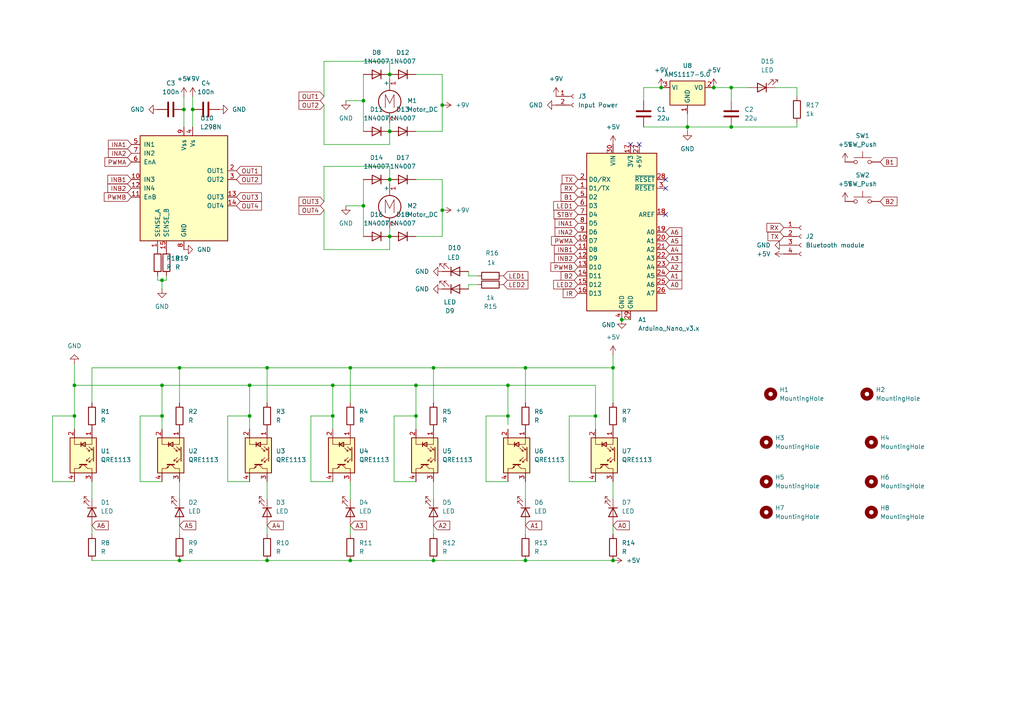
<source format=kicad_sch>
(kicad_sch (version 20231120) (generator "eeschema") (generator_version "8.0")
  (paper "A4")
  (title_block (title "LFR PCB with IR array") (date "2024-07-30") (rev "2.0") (company "BRAC University Robotics Lab. By Al Mahir Ahmed"))
  (lib_symbols
    (symbol "Connector:Conn_01x02_Socket" (pin_names (offset 1.016) hide)
      (property "Reference" "J" (at 0 2.54 0))
      (property "Value" "Conn_01x02_Socket" (at 0 -5.08 0))
      (symbol "Conn_01x02_Socket_1_1"
        (pin passive line (at -5.08 0 0) (length 3.81) (name "Pin_1") (number "1"))
        (pin passive line (at -5.08 -2.54 0) (length 3.81) (name "Pin_2") (number "2"))
      )
    )
    (symbol "Connector:Conn_01x04_Socket" (pin_names (offset 1.016) hide)
      (property "Reference" "J" (at 0 5.08 0))
      (property "Value" "Conn_01x04_Socket" (at 0 -7.62 0))
      (symbol "Conn_01x04_Socket_1_1"
        (pin passive line (at -5.08 2.54 0) (length 3.81) (name "Pin_1") (number "1"))
        (pin passive line (at -5.08 0 0) (length 3.81) (name "Pin_2") (number "2"))
        (pin passive line (at -5.08 -2.54 0) (length 3.81) (name "Pin_3") (number "3"))
        (pin passive line (at -5.08 -5.08 0) (length 3.81) (name "Pin_4") (number "4"))
      )
    )
    (symbol "Device:C" (pin_numbers hide) (pin_names (offset 0.254))
      (property "Reference" "C" (at 0.635 2.54 0))
      (property "Value" "C" (at 0.635 -2.54 0))
      (symbol "C_1_1"
        (pin passive line (at 0 3.81 270) (length 2.794) (name "~") (number "1"))
        (pin passive line (at 0 -3.81 90) (length 2.794) (name "~") (number "2"))
      )
    )
    (symbol "Device:LED" (pin_numbers hide) (pin_names (offset 1.016) hide)
      (property "Reference" "D" (at 0 2.54 0))
      (property "Value" "LED" (at 0 -2.54 0))
      (symbol "LED_1_1"
        (pin passive line (at -3.81 0 0) (length 2.54) (name "K") (number "1"))
        (pin passive line (at 3.81 0 180) (length 2.54) (name "A") (number "2"))
      )
    )
    (symbol "Device:R" (pin_numbers hide) (pin_names (offset 0))
      (property "Reference" "R" (at 2.032 0 90))
      (property "Value" "R" (at 0 0 90))
      (symbol "R_1_1"
        (pin passive line (at 0 3.81 270) (length 1.27) (name "~") (number "1"))
        (pin passive line (at 0 -3.81 90) (length 1.27) (name "~") (number "2"))
      )
    )
    (symbol "Diode:1N4007" (pin_numbers hide) (pin_names hide)
      (property "Reference" "D" (at 0 2.54 0))
      (property "Value" "1N4007" (at 0 -2.54 0))
      (symbol "1N4007_1_1"
        (pin passive line (at -3.81 0 0) (length 2.54) (name "K") (number "1"))
        (pin passive line (at 3.81 0 180) (length 2.54) (name "A") (number "2"))
      )
    )
    (symbol "Driver_Motor:L298N" (pin_names (offset 1.016))
      (property "Reference" "U" (at -10.16 16.51 0))
      (property "Value" "L298N" (at 12.7 16.51 0))
      (symbol "L298N_1_1"
        (pin power_in line (at -7.62 -17.78 90) (length 2.54) (name "SENSE_A") (number "1"))
        (pin input line (at -15.24 2.54 0) (length 2.54) (name "IN3") (number "10"))
        (pin input line (at -15.24 -2.54 0) (length 2.54) (name "EnB") (number "11"))
        (pin input line (at -15.24 0 0) (length 2.54) (name "IN4") (number "12"))
        (pin output line (at 15.24 -2.54 180) (length 2.54) (name "OUT3") (number "13"))
        (pin output line (at 15.24 -5.08 180) (length 2.54) (name "OUT4") (number "14"))
        (pin power_in line (at -5.08 -17.78 90) (length 2.54) (name "SENSE_B") (number "15"))
        (pin output line (at 15.24 5.08 180) (length 2.54) (name "OUT1") (number "2"))
        (pin output line (at 15.24 2.54 180) (length 2.54) (name "OUT2") (number "3"))
        (pin power_in line (at 2.54 17.78 270) (length 2.54) (name "Vs") (number "4"))
        (pin input line (at -15.24 12.7 0) (length 2.54) (name "IN1") (number "5"))
        (pin input line (at -15.24 7.62 0) (length 2.54) (name "EnA") (number "6"))
        (pin input line (at -15.24 10.16 0) (length 2.54) (name "IN2") (number "7"))
        (pin power_in line (at 0 -17.78 90) (length 2.54) (name "GND") (number "8"))
        (pin power_in line (at 0 17.78 270) (length 2.54) (name "Vss") (number "9"))
      )
    )
    (symbol "MCU_Module:Arduino_Nano_v3.x"
      (property "Reference" "A" (at -10.16 23.495 0))
      (property "Value" "Arduino_Nano_v3.x" (at 5.08 -24.13 0))
      (symbol "Arduino_Nano_v3.x_1_1"
        (pin bidirectional line (at -12.7 12.7 0) (length 2.54) (name "D1/TX") (number "1"))
        (pin bidirectional line (at -12.7 -2.54 0) (length 2.54) (name "D7") (number "10"))
        (pin bidirectional line (at -12.7 -5.08 0) (length 2.54) (name "D8") (number "11"))
        (pin bidirectional line (at -12.7 -7.62 0) (length 2.54) (name "D9") (number "12"))
        (pin bidirectional line (at -12.7 -10.16 0) (length 2.54) (name "D10") (number "13"))
        (pin bidirectional line (at -12.7 -12.7 0) (length 2.54) (name "D11") (number "14"))
        (pin bidirectional line (at -12.7 -15.24 0) (length 2.54) (name "D12") (number "15"))
        (pin bidirectional line (at -12.7 -17.78 0) (length 2.54) (name "D13") (number "16"))
        (pin power_out line (at 2.54 25.4 270) (length 2.54) (name "3V3") (number "17"))
        (pin input line (at 12.7 5.08 180) (length 2.54) (name "AREF") (number "18"))
        (pin bidirectional line (at 12.7 0 180) (length 2.54) (name "A0") (number "19"))
        (pin bidirectional line (at -12.7 15.24 0) (length 2.54) (name "D0/RX") (number "2"))
        (pin bidirectional line (at 12.7 -2.54 180) (length 2.54) (name "A1") (number "20"))
        (pin bidirectional line (at 12.7 -5.08 180) (length 2.54) (name "A2") (number "21"))
        (pin bidirectional line (at 12.7 -7.62 180) (length 2.54) (name "A3") (number "22"))
        (pin bidirectional line (at 12.7 -10.16 180) (length 2.54) (name "A4") (number "23"))
        (pin bidirectional line (at 12.7 -12.7 180) (length 2.54) (name "A5") (number "24"))
        (pin bidirectional line (at 12.7 -15.24 180) (length 2.54) (name "A6") (number "25"))
        (pin bidirectional line (at 12.7 -17.78 180) (length 2.54) (name "A7") (number "26"))
        (pin power_out line (at 5.08 25.4 270) (length 2.54) (name "+5V") (number "27"))
        (pin input line (at 12.7 15.24 180) (length 2.54) (name "~{RESET}") (number "28"))
        (pin power_in line (at 2.54 -25.4 90) (length 2.54) (name "GND") (number "29"))
        (pin input line (at 12.7 12.7 180) (length 2.54) (name "~{RESET}") (number "3"))
        (pin power_in line (at -2.54 25.4 270) (length 2.54) (name "VIN") (number "30"))
        (pin power_in line (at 0 -25.4 90) (length 2.54) (name "GND") (number "4"))
        (pin bidirectional line (at -12.7 10.16 0) (length 2.54) (name "D2") (number "5"))
        (pin bidirectional line (at -12.7 7.62 0) (length 2.54) (name "D3") (number "6"))
        (pin bidirectional line (at -12.7 5.08 0) (length 2.54) (name "D4") (number "7"))
        (pin bidirectional line (at -12.7 2.54 0) (length 2.54) (name "D5") (number "8"))
        (pin bidirectional line (at -12.7 0 0) (length 2.54) (name "D6") (number "9"))
      )
    )
    (symbol "Mechanical:MountingHole" (pin_names (offset 1.016)) (exclude_from_sim yes) (in_bom no)
      (property "Reference" "H" (at 0 5.08 0))
      (property "Value" "MountingHole" (at 0 3.175 0))
    )
    (symbol "Motor:Motor_DC" (pin_names (offset 0))
      (property "Reference" "M" (at 2.54 2.54 0))
      (property "Value" "Motor_DC" (at 2.54 -5.08 0))
      (symbol "Motor_DC_1_1"
        (pin passive line (at 0 5.08 270) (length 2.54) (name "+") (number "1"))
        (pin passive line (at 0 -7.62 90) (length 2.54) (name "-") (number "2"))
      )
    )
    (symbol "Regulator_Linear:AMS1117-5.0"
      (property "Reference" "U" (at -3.81 3.175 0))
      (property "Value" "AMS1117-5.0" (at 0 3.175 0))
      (symbol "AMS1117-5.0_1_1"
        (pin power_in line (at 0 -7.62 90) (length 2.54) (name "GND") (number "1"))
        (pin power_out line (at 7.62 0 180) (length 2.54) (name "VO") (number "2"))
        (pin power_in line (at -7.62 0 0) (length 2.54) (name "VI") (number "3"))
      )
    )
    (symbol "Sensor_Proximity:QRE1113" (pin_names (offset 0.0254) hide)
      (property "Reference" "U" (at -3.81 5.08 0))
      (property "Value" "QRE1113" (at 8.89 5.08 0))
      (symbol "QRE1113_1_1"
        (pin passive line (at -7.62 2.54 0) (length 2.54) (name "A") (number "1"))
        (pin passive line (at -7.62 -2.54 0) (length 2.54) (name "K") (number "2"))
        (pin open_collector line (at 7.62 2.54 180) (length 2.54) (name "~") (number "3"))
        (pin open_emitter line (at 7.62 -2.54 180) (length 2.54) (name "~") (number "4"))
      )
    )
    (symbol "Switch:SW_Push" (pin_numbers hide) (pin_names (offset 1.016) hide)
      (property "Reference" "SW" (at 1.27 2.54 0))
      (property "Value" "SW_Push" (at 0 -1.524 0))
      (symbol "SW_Push_0_1"
        (pin passive line (at -5.08 0 0) (length 2.54) (name "1") (number "1"))
        (pin passive line (at 5.08 0 180) (length 2.54) (name "2") (number "2"))
      )
    )
    (symbol "power:+5V" (power) (pin_numbers hide) (pin_names (offset 0) hide)
      (property "Value" "+5V" (at 0 3.556 0))
      (symbol "+5V_1_1"
        (pin power_in line (at 0 0 90) (length 0) (name "~") (number "1"))
      )
    )
    (symbol "power:+9V" (power) (pin_numbers hide) (pin_names (offset 0) hide)
      (property "Value" "+9V" (at 0 3.556 0))
      (symbol "+9V_1_1"
        (pin power_in line (at 0 0 90) (length 0) (name "~") (number "1"))
      )
    )
    (symbol "power:GND" (power) (pin_numbers hide) (pin_names (offset 0) hide)
      (property "Value" "GND" (at 0 -3.81 0))
      (symbol "GND_1_1"
        (pin power_in line (at 0 0 270) (length 0) (name "~") (number "1"))
      )
    )
  )
  (junction (at 152.4 162.56))
  (junction (at 101.6 106.68))
  (junction (at 46.99 111.76))
  (junction (at 152.4 106.68))
  (junction (at 46.99 120.65))
  (junction (at 72.39 120.65))
  (junction (at 52.07 106.68))
  (junction (at 191.77 25.4))
  (junction (at 72.39 111.76))
  (junction (at 55.88 31.75))
  (junction (at 147.32 120.65))
  (junction (at 113.03 52.07))
  (junction (at 120.65 111.76))
  (junction (at 177.8 162.56))
  (junction (at 53.34 31.75))
  (junction (at 199.39 36.83))
  (junction (at 105.41 29.21))
  (junction (at 120.65 120.65))
  (junction (at 113.03 21.59))
  (junction (at 177.8 106.68))
  (junction (at 105.41 59.69))
  (junction (at 77.47 162.56))
  (junction (at 212.09 36.83))
  (junction (at 96.52 120.65))
  (junction (at 147.32 111.76))
  (junction (at 128.27 60.96))
  (junction (at 180.34 92.71))
  (junction (at 125.73 106.68))
  (junction (at 128.27 30.48))
  (junction (at 96.52 111.76))
  (junction (at 172.72 120.65))
  (junction (at 21.59 111.76))
  (junction (at 113.03 68.58))
  (junction (at 212.09 25.4))
  (junction (at 52.07 162.56))
  (junction (at 207.01 25.4))
  (junction (at 46.99 81.28))
  (junction (at 101.6 162.56))
  (junction (at 125.73 162.56))
  (junction (at 113.03 38.1))
  (junction (at 21.59 120.65))
  (junction (at 77.47 106.68))
  (no_connect (at 193.04 62.23))
  (no_connect (at 185.42 41.91))
  (no_connect (at 193.04 52.07))
  (no_connect (at 193.04 54.61))
  (no_connect (at 182.88 41.91))
  (wire (pts (xy 26.67 162.56) (xy 52.07 162.56)))
  (wire (pts (xy 21.59 111.76) (xy 21.59 120.65)))
  (wire (pts (xy 172.72 120.65) (xy 172.72 111.76)))
  (wire (pts (xy 128.27 38.1) (xy 120.65 38.1)))
  (wire (pts (xy 77.47 106.68) (xy 101.6 106.68)))
  (wire (pts (xy 21.59 120.65) (xy 21.59 124.46)))
  (wire (pts (xy 101.6 162.56) (xy 125.73 162.56)))
  (wire (pts (xy 113.03 72.39) (xy 113.03 68.58)))
  (wire (pts (xy 26.67 106.68) (xy 52.07 106.68)))
  (wire (pts (xy 100.33 59.69) (xy 105.41 59.69)))
  (wire (pts (xy 72.39 111.76) (xy 72.39 120.65)))
  (wire (pts (xy 52.07 144.78) (xy 52.07 139.7)))
  (wire (pts (xy 46.99 81.28) (xy 48.26 81.28)))
  (wire (pts (xy 93.98 48.26) (xy 113.03 48.26)))
  (wire (pts (xy 120.65 111.76) (xy 120.65 120.65)))
  (wire (pts (xy 125.73 162.56) (xy 152.4 162.56)))
  (wire (pts (xy 212.09 25.4) (xy 217.17 25.4)))
  (wire (pts (xy 199.39 33.02) (xy 199.39 36.83)))
  (wire (pts (xy 147.32 120.65) (xy 147.32 111.76)))
  (wire (pts (xy 101.6 144.78) (xy 101.6 139.7)))
  (wire (pts (xy 48.26 81.28) (xy 48.26 80.01)))
  (wire (pts (xy 45.72 80.01) (xy 45.72 81.28)))
  (wire (pts (xy 120.65 111.76) (xy 96.52 111.76)))
  (wire (pts (xy 224.79 25.4) (xy 231.14 25.4)))
  (wire (pts (xy 113.03 41.91) (xy 113.03 38.1)))
  (wire (pts (xy 120.65 120.65) (xy 120.65 124.46)))
  (wire (pts (xy 128.27 30.48) (xy 128.27 38.1)))
  (wire (pts (xy 177.8 102.87) (xy 177.8 106.68)))
  (wire (pts (xy 46.99 81.28) (xy 46.99 83.82)))
  (wire (pts (xy 105.41 21.59) (xy 105.41 29.21)))
  (wire (pts (xy 120.65 139.7) (xy 114.3 139.7)))
  (wire (pts (xy 53.34 27.94) (xy 53.34 31.75)))
  (wire (pts (xy 177.8 152.4) (xy 177.8 154.94)))
  (wire (pts (xy 231.14 25.4) (xy 231.14 27.94)))
  (wire (pts (xy 113.03 68.58) (xy 113.03 66.04)))
  (wire (pts (xy 21.59 139.7) (xy 15.24 139.7)))
  (wire (pts (xy 191.77 25.4) (xy 186.69 25.4)))
  (wire (pts (xy 147.32 111.76) (xy 172.72 111.76)))
  (wire (pts (xy 15.24 120.65) (xy 21.59 120.65)))
  (wire (pts (xy 101.6 152.4) (xy 101.6 154.94)))
  (wire (pts (xy 207.01 25.4) (xy 212.09 25.4)))
  (wire (pts (xy 140.97 120.65) (xy 147.32 120.65)))
  (wire (pts (xy 105.41 29.21) (xy 105.41 38.1)))
  (wire (pts (xy 96.52 139.7) (xy 90.17 139.7)))
  (wire (pts (xy 66.04 120.65) (xy 72.39 120.65)))
  (wire (pts (xy 147.32 139.7) (xy 140.97 139.7)))
  (wire (pts (xy 96.52 120.65) (xy 96.52 124.46)))
  (wire (pts (xy 128.27 68.58) (xy 120.65 68.58)))
  (wire (pts (xy 26.67 116.84) (xy 26.67 106.68)))
  (wire (pts (xy 120.65 111.76) (xy 147.32 111.76)))
  (wire (pts (xy 172.72 124.46) (xy 172.72 120.65)))
  (wire (pts (xy 46.99 120.65) (xy 46.99 124.46)))
  (wire (pts (xy 125.73 116.84) (xy 125.73 106.68)))
  (wire (pts (xy 165.1 120.65) (xy 172.72 120.65)))
  (wire (pts (xy 55.88 31.75) (xy 55.88 36.83)))
  (wire (pts (xy 46.99 111.76) (xy 21.59 111.76)))
  (wire (pts (xy 113.03 38.1) (xy 113.03 35.56)))
  (wire (pts (xy 52.07 162.56) (xy 77.47 162.56)))
  (wire (pts (xy 101.6 116.84) (xy 101.6 106.68)))
  (wire (pts (xy 93.98 72.39) (xy 113.03 72.39)))
  (wire (pts (xy 52.07 116.84) (xy 52.07 106.68)))
  (wire (pts (xy 55.88 27.94) (xy 55.88 31.75)))
  (wire (pts (xy 120.65 21.59) (xy 128.27 21.59)))
  (wire (pts (xy 77.47 162.56) (xy 101.6 162.56)))
  (wire (pts (xy 53.34 31.75) (xy 53.34 36.83)))
  (wire (pts (xy 128.27 21.59) (xy 128.27 30.48)))
  (wire (pts (xy 77.47 144.78) (xy 77.47 139.7)))
  (wire (pts (xy 105.41 52.07) (xy 105.41 59.69)))
  (wire (pts (xy 128.27 60.96) (xy 128.27 68.58)))
  (wire (pts (xy 113.03 52.07) (xy 113.03 53.34)))
  (wire (pts (xy 140.97 139.7) (xy 140.97 120.65)))
  (wire (pts (xy 199.39 36.83) (xy 199.39 38.1)))
  (wire (pts (xy 114.3 139.7) (xy 114.3 120.65)))
  (wire (pts (xy 96.52 111.76) (xy 72.39 111.76)))
  (wire (pts (xy 26.67 144.78) (xy 26.67 139.7)))
  (wire (pts (xy 125.73 106.68) (xy 152.4 106.68)))
  (wire (pts (xy 93.98 60.96) (xy 93.98 72.39)))
  (wire (pts (xy 40.64 120.65) (xy 46.99 120.65)))
  (wire (pts (xy 93.98 58.42) (xy 93.98 48.26)))
  (wire (pts (xy 135.89 80.01) (xy 138.43 80.01)))
  (wire (pts (xy 15.24 139.7) (xy 15.24 120.65)))
  (wire (pts (xy 231.14 36.83) (xy 212.09 36.83)))
  (wire (pts (xy 152.4 116.84) (xy 152.4 106.68)))
  (wire (pts (xy 152.4 144.78) (xy 152.4 139.7)))
  (wire (pts (xy 152.4 152.4) (xy 152.4 154.94)))
  (wire (pts (xy 231.14 35.56) (xy 231.14 36.83)))
  (wire (pts (xy 177.8 106.68) (xy 177.8 116.84)))
  (wire (pts (xy 96.52 111.76) (xy 96.52 120.65)))
  (wire (pts (xy 120.65 52.07) (xy 128.27 52.07)))
  (wire (pts (xy 45.72 81.28) (xy 46.99 81.28)))
  (wire (pts (xy 177.8 144.78) (xy 177.8 139.7)))
  (wire (pts (xy 93.98 41.91) (xy 113.03 41.91)))
  (wire (pts (xy 90.17 139.7) (xy 90.17 120.65)))
  (wire (pts (xy 180.34 92.71) (xy 182.88 92.71)))
  (wire (pts (xy 93.98 27.94) (xy 93.98 17.78)))
  (wire (pts (xy 135.89 82.55) (xy 138.43 82.55)))
  (wire (pts (xy 105.41 59.69) (xy 105.41 68.58)))
  (wire (pts (xy 90.17 120.65) (xy 96.52 120.65)))
  (wire (pts (xy 93.98 30.48) (xy 93.98 41.91)))
  (wire (pts (xy 135.89 83.82) (xy 135.89 82.55)))
  (wire (pts (xy 186.69 36.83) (xy 199.39 36.83)))
  (wire (pts (xy 152.4 106.68) (xy 177.8 106.68)))
  (wire (pts (xy 172.72 139.7) (xy 165.1 139.7)))
  (wire (pts (xy 52.07 106.68) (xy 77.47 106.68)))
  (wire (pts (xy 125.73 144.78) (xy 125.73 139.7)))
  (wire (pts (xy 128.27 52.07) (xy 128.27 60.96)))
  (wire (pts (xy 114.3 120.65) (xy 120.65 120.65)))
  (wire (pts (xy 52.07 152.4) (xy 52.07 154.94)))
  (wire (pts (xy 93.98 17.78) (xy 113.03 17.78)))
  (wire (pts (xy 186.69 25.4) (xy 186.69 29.21)))
  (wire (pts (xy 46.99 139.7) (xy 40.64 139.7)))
  (wire (pts (xy 72.39 139.7) (xy 66.04 139.7)))
  (wire (pts (xy 66.04 139.7) (xy 66.04 120.65)))
  (wire (pts (xy 77.47 116.84) (xy 77.47 106.68)))
  (wire (pts (xy 40.64 139.7) (xy 40.64 120.65)))
  (wire (pts (xy 72.39 111.76) (xy 46.99 111.76)))
  (wire (pts (xy 21.59 105.41) (xy 21.59 111.76)))
  (wire (pts (xy 46.99 111.76) (xy 46.99 120.65)))
  (wire (pts (xy 72.39 120.65) (xy 72.39 124.46)))
  (wire (pts (xy 77.47 152.4) (xy 77.47 154.94)))
  (wire (pts (xy 113.03 17.78) (xy 113.03 21.59)))
  (wire (pts (xy 135.89 78.74) (xy 135.89 80.01)))
  (wire (pts (xy 113.03 21.59) (xy 113.03 22.86)))
  (wire (pts (xy 165.1 139.7) (xy 165.1 120.65)))
  (wire (pts (xy 152.4 162.56) (xy 177.8 162.56)))
  (wire (pts (xy 125.73 152.4) (xy 125.73 154.94)))
  (wire (pts (xy 113.03 48.26) (xy 113.03 52.07)))
  (wire (pts (xy 199.39 36.83) (xy 212.09 36.83)))
  (wire (pts (xy 212.09 25.4) (xy 212.09 29.21)))
  (wire (pts (xy 147.32 123.19) (xy 147.32 120.65)))
  (wire (pts (xy 26.67 152.4) (xy 26.67 154.94)))
  (wire (pts (xy 100.33 29.21) (xy 105.41 29.21)))
  (wire (pts (xy 101.6 106.68) (xy 125.73 106.68)))
  (global_label "LED1" (shape input) (at 167.64 59.69 180) (property "Intersheetrefs" "${INTERSHEET_REFS}" (effects (hide yes))))
  (global_label "OUT2" (shape input) (at 93.98 30.48 180) (property "Intersheetrefs" "${INTERSHEET_REFS}" (effects (hide yes))))
  (global_label "A2" (shape input) (at 193.04 77.47 0) (property "Intersheetrefs" "${INTERSHEET_REFS}" (effects (hide yes))))
  (global_label "INA2" (shape input) (at 167.64 67.31 180) (property "Intersheetrefs" "${INTERSHEET_REFS}" (effects (hide yes))))
  (global_label "A2" (shape input) (at 125.73 152.4 0) (property "Intersheetrefs" "${INTERSHEET_REFS}" (effects (hide yes))))
  (global_label "INB2" (shape input) (at 38.1 54.61 180) (property "Intersheetrefs" "${INTERSHEET_REFS}" (effects (hide yes))))
  (global_label "LED1" (shape input) (at 146.05 80.01 0) (property "Intersheetrefs" "${INTERSHEET_REFS}" (effects (hide yes))))
  (global_label "B1" (shape input) (at 167.64 57.15 180) (property "Intersheetrefs" "${INTERSHEET_REFS}" (effects (hide yes))))
  (global_label "INB1" (shape input) (at 167.64 72.39 180) (property "Intersheetrefs" "${INTERSHEET_REFS}" (effects (hide yes))))
  (global_label "PWMB" (shape input) (at 38.1 57.15 180) (property "Intersheetrefs" "${INTERSHEET_REFS}" (effects (hide yes))))
  (global_label "PWMA" (shape input) (at 167.64 69.85 180) (property "Intersheetrefs" "${INTERSHEET_REFS}" (effects (hide yes))))
  (global_label "OUT4" (shape input) (at 68.58 59.69 0) (property "Intersheetrefs" "${INTERSHEET_REFS}" (effects (hide yes))))
  (global_label "RX" (shape input) (at 167.64 54.61 180) (property "Intersheetrefs" "${INTERSHEET_REFS}" (effects (hide yes))))
  (global_label "RX" (shape input) (at 227.33 66.04 180) (property "Intersheetrefs" "${INTERSHEET_REFS}" (effects (hide yes))))
  (global_label "B1" (shape input) (at 255.27 46.99 0) (property "Intersheetrefs" "${INTERSHEET_REFS}" (effects (hide yes))))
  (global_label "PWMA" (shape input) (at 38.1 46.99 180) (property "Intersheetrefs" "${INTERSHEET_REFS}" (effects (hide yes))))
  (global_label "LED2" (shape input) (at 146.05 82.55 0) (property "Intersheetrefs" "${INTERSHEET_REFS}" (effects (hide yes))))
  (global_label "OUT1" (shape input) (at 68.58 49.53 0) (property "Intersheetrefs" "${INTERSHEET_REFS}" (effects (hide yes))))
  (global_label "INA1" (shape input) (at 38.1 41.91 180) (property "Intersheetrefs" "${INTERSHEET_REFS}" (effects (hide yes))))
  (global_label "INA1" (shape input) (at 167.64 64.77 180) (property "Intersheetrefs" "${INTERSHEET_REFS}" (effects (hide yes))))
  (global_label "A0" (shape input) (at 193.04 82.55 0) (property "Intersheetrefs" "${INTERSHEET_REFS}" (effects (hide yes))))
  (global_label "TX" (shape input) (at 227.33 68.58 180) (property "Intersheetrefs" "${INTERSHEET_REFS}" (effects (hide yes))))
  (global_label "B2" (shape input) (at 255.27 58.42 0) (property "Intersheetrefs" "${INTERSHEET_REFS}" (effects (hide yes))))
  (global_label "TX" (shape input) (at 167.64 52.07 180) (property "Intersheetrefs" "${INTERSHEET_REFS}" (effects (hide yes))))
  (global_label "A3" (shape input) (at 101.6 152.4 0) (property "Intersheetrefs" "${INTERSHEET_REFS}" (effects (hide yes))))
  (global_label "A3" (shape input) (at 193.04 74.93 0) (property "Intersheetrefs" "${INTERSHEET_REFS}" (effects (hide yes))))
  (global_label "OUT2" (shape input) (at 68.58 52.07 0) (property "Intersheetrefs" "${INTERSHEET_REFS}" (effects (hide yes))))
  (global_label "A1" (shape input) (at 152.4 152.4 0) (property "Intersheetrefs" "${INTERSHEET_REFS}" (effects (hide yes))))
  (global_label "A1" (shape input) (at 193.04 80.01 0) (property "Intersheetrefs" "${INTERSHEET_REFS}" (effects (hide yes))))
  (global_label "A6" (shape input) (at 193.04 67.31 0) (property "Intersheetrefs" "${INTERSHEET_REFS}" (effects (hide yes))))
  (global_label "A5" (shape input) (at 193.04 69.85 0) (property "Intersheetrefs" "${INTERSHEET_REFS}" (effects (hide yes))))
  (global_label "INA2" (shape input) (at 38.1 44.45 180) (property "Intersheetrefs" "${INTERSHEET_REFS}" (effects (hide yes))))
  (global_label "A4" (shape input) (at 77.47 152.4 0) (property "Intersheetrefs" "${INTERSHEET_REFS}" (effects (hide yes))))
  (global_label "IR" (shape input) (at 167.64 85.09 180) (property "Intersheetrefs" "${INTERSHEET_REFS}" (effects (hide yes))))
  (global_label "PWMB" (shape input) (at 167.64 77.47 180) (property "Intersheetrefs" "${INTERSHEET_REFS}" (effects (hide yes))))
  (global_label "STBY" (shape input) (at 167.64 62.23 180) (property "Intersheetrefs" "${INTERSHEET_REFS}" (effects (hide yes))))
  (global_label "OUT4" (shape input) (at 93.98 60.96 180) (property "Intersheetrefs" "${INTERSHEET_REFS}" (effects (hide yes))))
  (global_label "A4" (shape input) (at 193.04 72.39 0) (property "Intersheetrefs" "${INTERSHEET_REFS}" (effects (hide yes))))
  (global_label "LED2" (shape input) (at 167.64 82.55 180) (property "Intersheetrefs" "${INTERSHEET_REFS}" (effects (hide yes))))
  (global_label "A5" (shape input) (at 52.07 152.4 0) (property "Intersheetrefs" "${INTERSHEET_REFS}" (effects (hide yes))))
  (global_label "A6" (shape input) (at 26.67 152.4 0) (property "Intersheetrefs" "${INTERSHEET_REFS}" (effects (hide yes))))
  (global_label "OUT3" (shape input) (at 68.58 57.15 0) (property "Intersheetrefs" "${INTERSHEET_REFS}" (effects (hide yes))))
  (global_label "A0" (shape input) (at 177.8 152.4 0) (property "Intersheetrefs" "${INTERSHEET_REFS}" (effects (hide yes))))
  (global_label "OUT1" (shape input) (at 93.98 27.94 180) (property "Intersheetrefs" "${INTERSHEET_REFS}" (effects (hide yes))))
  (global_label "INB1" (shape input) (at 38.1 52.07 180) (property "Intersheetrefs" "${INTERSHEET_REFS}" (effects (hide yes))))
  (global_label "OUT3" (shape input) (at 93.98 58.42 180) (property "Intersheetrefs" "${INTERSHEET_REFS}" (effects (hide yes))))
  (global_label "INB2" (shape input) (at 167.64 74.93 180) (property "Intersheetrefs" "${INTERSHEET_REFS}" (effects (hide yes))))
  (global_label "B2" (shape input) (at 167.64 80.01 180) (property "Intersheetrefs" "${INTERSHEET_REFS}" (effects (hide yes))))
  (symbol (lib_id "Device:R") (at 52.07 158.75 0) (unit 1)
    (property "Reference" "R9" (at 54.61 157.4799 0) (effects (justify left)))
    (property "Value" "R" (at 54.61 160.0199 0) (effects (justify left)))
    (property "Footprint" "Resistor_THT:R_Axial_DIN0204_L3.6mm_D1.6mm_P5.08mm_Horizontal" (effects (hide yes)))
    (property "Description" "Resistor" (effects (hide yes)))
  )
  (symbol (lib_id "Sensor_Proximity:QRE1113") (at 123.19 132.08 270) (unit 1)
    (property "Reference" "U5" (at 128.27 130.8099 90) (effects (justify left)))
    (property "Value" "QRE1113" (at 128.27 133.3499 90) (effects (justify left)))
    (property "Footprint" "OptoDevice:OnSemi_CASE100AQ" (effects (hide yes)))
    (property "Datasheet" "http://www.onsemi.com/pub/Collateral/QRE1113-D.PDF" (effects (hide yes)))
    (property "Description" "Miniature Reflective Optical Object Sensor, DIP-like THT-package" (effects (hide yes)))
  )
  (symbol (lib_id "Device:R") (at 26.67 120.65 0) (unit 1)
    (property "Reference" "R1" (at 29.21 119.3799 0) (effects (justify left)))
    (property "Value" "R" (at 29.21 121.9199 0) (effects (justify left)))
    (property "Footprint" "Resistor_THT:R_Axial_DIN0204_L3.6mm_D1.6mm_P5.08mm_Horizontal" (effects (hide yes)))
    (property "Description" "Resistor" (effects (hide yes)))
  )
  (symbol (lib_id "Mechanical:MountingHole") (at 222.25 148.59 0) (unit 1) (exclude_from_sim yes) (in_bom no)
    (property "Reference" "H7" (at 224.79 147.3199 0) (effects (justify left)))
    (property "Value" "MountingHole" (at 224.79 149.8599 0) (effects (justify left)))
    (property "Footprint" "MountingHole:MountingHole_3.2mm_M3" (effects (hide yes)))
    (property "Description" "Mounting Hole without connection" (effects (hide yes)))
  )
  (symbol (lib_id "Device:R") (at 26.67 158.75 0) (unit 1)
    (property "Reference" "R8" (at 29.21 157.4799 0) (effects (justify left)))
    (property "Value" "R" (at 29.21 160.0199 0) (effects (justify left)))
    (property "Footprint" "Resistor_THT:R_Axial_DIN0204_L3.6mm_D1.6mm_P5.08mm_Horizontal" (effects (hide yes)))
    (property "Description" "Resistor" (effects (hide yes)))
  )
  (symbol (lib_id "power:GND") (at 45.72 31.75 270) (unit 1)
    (property "Reference" "#PWR019" (effects (hide yes)))
    (property "Value" "GND" (at 41.91 31.7499 90) (effects (justify right)))
    (property "Description" "Power symbol creates a global label with name \"GND\" , ground" (effects (hide yes)))
  )
  (symbol (lib_id "Sensor_Proximity:QRE1113") (at 99.06 132.08 270) (unit 1)
    (property "Reference" "U4" (at 104.14 130.8099 90) (effects (justify left)))
    (property "Value" "QRE1113" (at 104.14 133.3499 90) (effects (justify left)))
    (property "Footprint" "OptoDevice:OnSemi_CASE100AQ" (effects (hide yes)))
    (property "Datasheet" "http://www.onsemi.com/pub/Collateral/QRE1113-D.PDF" (effects (hide yes)))
    (property "Description" "Miniature Reflective Optical Object Sensor, DIP-like THT-package" (effects (hide yes)))
  )
  (symbol (lib_id "Diode:1N4007") (at 109.22 52.07 180) (unit 1)
    (property "Reference" "D14" (at 109.22 45.72 0))
    (property "Value" "1N4007" (at 109.22 48.26 0))
    (property "Footprint" "Diode_THT:D_DO-41_SOD81_P10.16mm_Horizontal" (effects (hide yes)))
    (property "Datasheet" "http://www.vishay.com/docs/88503/1n4001.pdf" (effects (hide yes)))
    (property "Description" "1000V 1A General Purpose Rectifier Diode, DO-41" (effects (hide yes)))
    (property "Sim.Device" "D" (effects (hide yes)))
    (property "Sim.Pins" "1=K 2=A" (effects (hide yes)))
  )
  (symbol (lib_id "power:GND") (at 100.33 59.69 0) (unit 1)
    (property "Reference" "#PWR020" (effects (hide yes)))
    (property "Value" "GND" (at 100.33 64.77 0))
    (property "Description" "Power symbol creates a global label with name \"GND\" , ground" (effects (hide yes)))
  )
  (symbol (lib_id "power:GND") (at 128.27 78.74 270) (mirror x) (unit 1)
    (property "Reference" "#PWR011" (effects (hide yes)))
    (property "Value" "GND" (at 124.46 78.7401 90) (effects (justify right)))
    (property "Description" "Power symbol creates a global label with name \"GND\" , ground" (effects (hide yes)))
  )
  (symbol (lib_id "Device:R") (at 77.47 120.65 0) (unit 1)
    (property "Reference" "R3" (at 80.01 119.3799 0) (effects (justify left)))
    (property "Value" "R" (at 80.01 121.9199 0) (effects (justify left)))
    (property "Footprint" "Resistor_THT:R_Axial_DIN0204_L3.6mm_D1.6mm_P5.08mm_Horizontal" (effects (hide yes)))
    (property "Description" "Resistor" (effects (hide yes)))
  )
  (symbol (lib_id "Diode:1N4007") (at 109.22 68.58 180) (unit 1)
    (property "Reference" "D16" (at 109.22 62.23 0))
    (property "Value" "1N4007" (at 109.22 64.77 0))
    (property "Footprint" "Diode_THT:D_DO-41_SOD81_P10.16mm_Horizontal" (effects (hide yes)))
    (property "Datasheet" "http://www.vishay.com/docs/88503/1n4001.pdf" (effects (hide yes)))
    (property "Description" "1000V 1A General Purpose Rectifier Diode, DO-41" (effects (hide yes)))
    (property "Sim.Device" "D" (effects (hide yes)))
    (property "Sim.Pins" "1=K 2=A" (effects (hide yes)))
  )
  (symbol (lib_id "power:+5V") (at 245.11 58.42 0) (unit 1)
    (property "Reference" "#PWR09" (effects (hide yes)))
    (property "Value" "+5V" (at 245.11 53.34 0))
    (property "Description" "Power symbol creates a global label with name \"+5V\"" (effects (hide yes)))
  )
  (symbol (lib_id "Device:LED") (at 52.07 148.59 270) (unit 1)
    (property "Reference" "D2" (at 54.61 145.7324 90) (effects (justify left)))
    (property "Value" "LED" (at 54.61 148.2724 90) (effects (justify left)))
    (property "Footprint" "LED_THT:LED_D5.0mm" (effects (hide yes)))
    (property "Description" "Light emitting diode" (effects (hide yes)))
  )
  (symbol (lib_id "Device:LED") (at 220.98 25.4 180) (unit 1)
    (property "Reference" "D15" (at 222.5675 17.78 0))
    (property "Value" "LED" (at 222.5675 20.32 0))
    (property "Footprint" "LED_THT:LED_D3.0mm" (effects (hide yes)))
    (property "Description" "Light emitting diode" (effects (hide yes)))
  )
  (symbol (lib_id "power:GND") (at 227.33 71.12 270) (unit 1)
    (property "Reference" "#PWR06" (effects (hide yes)))
    (property "Value" "GND" (at 223.52 71.1199 90) (effects (justify right)))
    (property "Description" "Power symbol creates a global label with name \"GND\" , ground" (effects (hide yes)))
  )
  (symbol (lib_id "Diode:1N4007") (at 116.84 21.59 180) (unit 1)
    (property "Reference" "D12" (at 116.84 15.24 0))
    (property "Value" "1N4007" (at 116.84 17.78 0))
    (property "Footprint" "Diode_THT:D_DO-41_SOD81_P10.16mm_Horizontal" (effects (hide yes)))
    (property "Datasheet" "http://www.vishay.com/docs/88503/1n4001.pdf" (effects (hide yes)))
    (property "Description" "1000V 1A General Purpose Rectifier Diode, DO-41" (effects (hide yes)))
    (property "Sim.Device" "D" (effects (hide yes)))
    (property "Sim.Pins" "1=K 2=A" (effects (hide yes)))
  )
  (symbol (lib_id "Device:C") (at 186.69 33.02 0) (unit 1)
    (property "Reference" "C1" (at 190.5 31.7499 0) (effects (justify left)))
    (property "Value" "22u" (at 190.5 34.2899 0) (effects (justify left)))
    (property "Footprint" "Capacitor_THT:CP_Radial_D5.0mm_P2.50mm" (effects (hide yes)))
    (property "Description" "Unpolarized capacitor" (effects (hide yes)))
  )
  (symbol (lib_id "power:GND") (at 46.99 83.82 0) (unit 1)
    (property "Reference" "#PWR021" (effects (hide yes)))
    (property "Value" "GND" (at 46.99 88.9 0))
    (property "Description" "Power symbol creates a global label with name \"GND\" , ground" (effects (hide yes)))
  )
  (symbol (lib_id "Device:R") (at 48.26 76.2 0) (unit 1)
    (property "Reference" "R19" (at 50.8 74.9299 0) (effects (justify left)))
    (property "Value" "R" (at 50.8 77.4699 0) (effects (justify left)))
    (property "Footprint" "Resistor_THT:R_Axial_DIN0204_L3.6mm_D1.6mm_P5.08mm_Horizontal" (effects (hide yes)))
    (property "Description" "Resistor" (effects (hide yes)))
  )
  (symbol (lib_id "Sensor_Proximity:QRE1113") (at 149.86 132.08 270) (unit 1)
    (property "Reference" "U6" (at 154.94 130.8099 90) (effects (justify left)))
    (property "Value" "QRE1113" (at 154.94 133.3499 90) (effects (justify left)))
    (property "Footprint" "OptoDevice:OnSemi_CASE100AQ" (effects (hide yes)))
    (property "Datasheet" "http://www.onsemi.com/pub/Collateral/QRE1113-D.PDF" (effects (hide yes)))
    (property "Description" "Miniature Reflective Optical Object Sensor, DIP-like THT-package" (effects (hide yes)))
  )
  (symbol (lib_id "power:+9V") (at 128.27 30.48 270) (unit 1)
    (property "Reference" "#PWR023" (effects (hide yes)))
    (property "Value" "+9V" (at 132.08 30.4799 90) (effects (justify left)))
    (property "Description" "Power symbol creates a global label with name \"+9V\"" (effects (hide yes)))
  )
  (symbol (lib_id "power:+9V") (at 161.29 27.94 0) (unit 1)
    (property "Reference" "#PWR013" (effects (hide yes)))
    (property "Value" "+9V" (at 161.29 22.86 0))
    (property "Description" "Power symbol creates a global label with name \"+9V\"" (effects (hide yes)))
  )
  (symbol (lib_id "Mechanical:MountingHole") (at 252.73 139.7 0) (unit 1) (exclude_from_sim yes) (in_bom no)
    (property "Reference" "H6" (at 255.27 138.4299 0) (effects (justify left)))
    (property "Value" "MountingHole" (at 255.27 140.9699 0) (effects (justify left)))
    (property "Footprint" "MountingHole:MountingHole_3.2mm_M3" (effects (hide yes)))
    (property "Description" "Mounting Hole without connection" (effects (hide yes)))
  )
  (symbol (lib_id "power:GND") (at 128.27 83.82 270) (mirror x) (unit 1)
    (property "Reference" "#PWR010" (effects (hide yes)))
    (property "Value" "GND" (at 124.46 83.8201 90) (effects (justify right)))
    (property "Description" "Power symbol creates a global label with name \"GND\" , ground" (effects (hide yes)))
  )
  (symbol (lib_id "Sensor_Proximity:QRE1113") (at 175.26 132.08 270) (unit 1)
    (property "Reference" "U7" (at 180.34 130.8099 90) (effects (justify left)))
    (property "Value" "QRE1113" (at 180.34 133.3499 90) (effects (justify left)))
    (property "Footprint" "OptoDevice:OnSemi_CASE100AQ" (effects (hide yes)))
    (property "Datasheet" "http://www.onsemi.com/pub/Collateral/QRE1113-D.PDF" (effects (hide yes)))
    (property "Description" "Miniature Reflective Optical Object Sensor, DIP-like THT-package" (effects (hide yes)))
  )
  (symbol (lib_id "Device:R") (at 142.24 82.55 270) (mirror x) (unit 1)
    (property "Reference" "R15" (at 142.24 88.9 90))
    (property "Value" "1k" (at 142.24 86.36 90))
    (property "Footprint" "Resistor_THT:R_Axial_DIN0204_L3.6mm_D1.6mm_P5.08mm_Horizontal" (effects (hide yes)))
    (property "Description" "Resistor" (effects (hide yes)))
  )
  (symbol (lib_id "Device:R") (at 152.4 120.65 0) (unit 1)
    (property "Reference" "R6" (at 154.94 119.3799 0) (effects (justify left)))
    (property "Value" "R" (at 154.94 121.9199 0) (effects (justify left)))
    (property "Footprint" "Resistor_THT:R_Axial_DIN0204_L3.6mm_D1.6mm_P5.08mm_Horizontal" (effects (hide yes)))
    (property "Description" "Resistor" (effects (hide yes)))
  )
  (symbol (lib_id "Device:C") (at 49.53 31.75 90) (unit 1)
    (property "Reference" "C3" (at 49.53 24.13 90))
    (property "Value" "100n" (at 49.53 26.67 90))
    (property "Footprint" "Capacitor_THT:CP_Radial_D5.0mm_P2.00mm" (effects (hide yes)))
    (property "Description" "Unpolarized capacitor" (effects (hide yes)))
  )
  (symbol (lib_id "Regulator_Linear:AMS1117-5.0") (at 199.39 25.4 0) (unit 1)
    (property "Reference" "U8" (at 199.39 19.05 0))
    (property "Value" "AMS1117-5.0" (at 199.39 21.59 0))
    (property "Footprint" "Package_TO_SOT_SMD:SOT-223-3_TabPin2" (effects (hide yes)))
    (property "Datasheet" "http://www.advanced-monolithic.com/pdf/ds1117.pdf" (effects (hide yes)))
    (property "Description" "1A Low Dropout regulator, positive, 5.0V fixed output, SOT-223" (effects (hide yes)))
  )
  (symbol (lib_id "Device:LED") (at 152.4 148.59 270) (unit 1)
    (property "Reference" "D6" (at 154.94 145.7324 90) (effects (justify left)))
    (property "Value" "LED" (at 154.94 148.2724 90) (effects (justify left)))
    (property "Footprint" "LED_THT:LED_D5.0mm" (effects (hide yes)))
    (property "Description" "Light emitting diode" (effects (hide yes)))
  )
  (symbol (lib_id "Device:LED") (at 177.8 148.59 270) (unit 1)
    (property "Reference" "D7" (at 180.34 145.7324 90) (effects (justify left)))
    (property "Value" "LED" (at 180.34 148.2724 90) (effects (justify left)))
    (property "Footprint" "LED_THT:LED_D5.0mm" (effects (hide yes)))
    (property "Description" "Light emitting diode" (effects (hide yes)))
  )
  (symbol (lib_id "Mechanical:MountingHole") (at 252.73 148.59 0) (unit 1) (exclude_from_sim yes) (in_bom no)
    (property "Reference" "H8" (at 255.27 147.3199 0) (effects (justify left)))
    (property "Value" "MountingHole" (at 255.27 149.8599 0) (effects (justify left)))
    (property "Footprint" "MountingHole:MountingHole_3.2mm_M3" (effects (hide yes)))
    (property "Description" "Mounting Hole without connection" (effects (hide yes)))
  )
  (symbol (lib_id "power:+5V") (at 177.8 162.56 270) (unit 1)
    (property "Reference" "#PWR03" (effects (hide yes)))
    (property "Value" "+5V" (at 181.61 162.5599 90) (effects (justify left)))
    (property "Description" "Power symbol creates a global label with name \"+5V\"" (effects (hide yes)))
  )
  (symbol (lib_id "power:GND") (at 63.5 31.75 90) (unit 1)
    (property "Reference" "#PWR05" (effects (hide yes)))
    (property "Value" "GND" (at 67.31 31.7499 90) (effects (justify right)))
    (property "Description" "Power symbol creates a global label with name \"GND\" , ground" (effects (hide yes)))
  )
  (symbol (lib_id "Device:C") (at 59.69 31.75 90) (unit 1)
    (property "Reference" "C4" (at 59.69 24.13 90))
    (property "Value" "100n" (at 59.69 26.67 90))
    (property "Footprint" "Capacitor_THT:CP_Radial_D5.0mm_P2.00mm" (effects (hide yes)))
    (property "Description" "Unpolarized capacitor" (effects (hide yes)))
  )
  (symbol (lib_id "power:GND") (at 180.34 92.71 0) (unit 1)
    (property "Reference" "#PWR015" (effects (hide yes)))
    (property "Value" "GND" (at 176.53 94.234 0))
    (property "Description" "Power symbol creates a global label with name \"GND\" , ground" (effects (hide yes)))
  )
  (symbol (lib_id "Mechanical:MountingHole") (at 251.46 114.3 0) (unit 1) (exclude_from_sim yes) (in_bom no)
    (property "Reference" "H2" (at 254 113.0299 0) (effects (justify left)))
    (property "Value" "MountingHole" (at 254 115.5699 0) (effects (justify left)))
    (property "Footprint" "MountingHole:MountingHole_3.2mm_M3" (effects (hide yes)))
    (property "Description" "Mounting Hole without connection" (effects (hide yes)))
  )
  (symbol (lib_id "Device:R") (at 177.8 158.75 0) (unit 1)
    (property "Reference" "R14" (at 180.34 157.4799 0) (effects (justify left)))
    (property "Value" "R" (at 180.34 160.0199 0) (effects (justify left)))
    (property "Footprint" "Resistor_THT:R_Axial_DIN0204_L3.6mm_D1.6mm_P5.08mm_Horizontal" (effects (hide yes)))
    (property "Description" "Resistor" (effects (hide yes)))
  )
  (symbol (lib_id "MCU_Module:Arduino_Nano_v3.x") (at 180.34 67.31 0) (unit 1)
    (property "Reference" "A1" (at 185.0741 92.71 0) (effects (justify left)))
    (property "Value" "Arduino_Nano_v3.x" (at 185.0741 95.25 0) (effects (justify left)))
    (property "Footprint" "Module:Arduino_Nano" (effects (hide yes)))
    (property "Datasheet" "http://www.mouser.com/pdfdocs/Gravitech_Arduino_Nano3_0.pdf" (effects (hide yes)))
    (property "Description" "Arduino Nano v3.x" (effects (hide yes)))
  )
  (symbol (lib_id "Connector:Conn_01x04_Socket") (at 232.41 68.58 0) (unit 1)
    (property "Reference" "J2" (at 233.68 68.5799 0) (effects (justify left)))
    (property "Value" "Bluetooth module" (at 233.68 71.1199 0) (effects (justify left)))
    (property "Footprint" "Connector_PinSocket_2.54mm:PinSocket_1x04_P2.54mm_Vertical" (effects (hide yes)))
    (property "Description" "Generic connector, single row, 01x04, script generated" (effects (hide yes)))
  )
  (symbol (lib_id "Switch:SW_Push") (at 250.19 58.42 0) (unit 1)
    (property "Reference" "SW2" (at 250.19 50.8 0))
    (property "Value" "SW_Push" (at 250.19 53.34 0))
    (property "Footprint" "Button_Switch_THT:SW_PUSH_6mm_H4.3mm" (effects (hide yes)))
    (property "Description" "Push button switch, generic, two pins" (effects (hide yes)))
  )
  (symbol (lib_id "Device:R") (at 125.73 158.75 0) (unit 1)
    (property "Reference" "R12" (at 128.27 157.4799 0) (effects (justify left)))
    (property "Value" "R" (at 128.27 160.0199 0) (effects (justify left)))
    (property "Footprint" "Resistor_THT:R_Axial_DIN0204_L3.6mm_D1.6mm_P5.08mm_Horizontal" (effects (hide yes)))
    (property "Description" "Resistor" (effects (hide yes)))
  )
  (symbol (lib_id "Mechanical:MountingHole") (at 223.52 114.3 0) (unit 1) (exclude_from_sim yes) (in_bom no)
    (property "Reference" "H1" (at 226.06 113.0299 0) (effects (justify left)))
    (property "Value" "MountingHole" (at 226.06 115.5699 0) (effects (justify left)))
    (property "Footprint" "MountingHole:MountingHole_3.2mm_M3" (effects (hide yes)))
    (property "Description" "Mounting Hole without connection" (effects (hide yes)))
  )
  (symbol (lib_id "Device:R") (at 52.07 120.65 0) (unit 1)
    (property "Reference" "R2" (at 54.61 119.3799 0) (effects (justify left)))
    (property "Value" "R" (at 54.61 121.9199 0) (effects (justify left)))
    (property "Footprint" "Resistor_THT:R_Axial_DIN0204_L3.6mm_D1.6mm_P5.08mm_Horizontal" (effects (hide yes)))
    (property "Description" "Resistor" (effects (hide yes)))
  )
  (symbol (lib_id "Driver_Motor:L298N") (at 53.34 54.61 0) (unit 1)
    (property "Reference" "U10" (at 58.0741 34.29 0) (effects (justify left)))
    (property "Value" "L298N" (at 58.0741 36.83 0) (effects (justify left)))
    (property "Footprint" "Package_TO_SOT_THT:TO-220-15_P2.54x2.54mm_StaggerOdd_Lead4.58mm_Vertical" (effects (hide yes)))
    (property "Datasheet" "http://www.st.com/st-web-ui/static/active/en/resource/technical/document/datasheet/CD00000240.pdf" (effects (hide yes)))
    (property "Description" "Dual full bridge motor driver, up to 46V, 4A, Multiwatt15-V" (effects (hide yes)))
  )
  (symbol (lib_id "Mechanical:MountingHole") (at 252.73 128.27 0) (unit 1) (exclude_from_sim yes) (in_bom no)
    (property "Reference" "H4" (at 255.27 126.9999 0) (effects (justify left)))
    (property "Value" "MountingHole" (at 255.27 129.5399 0) (effects (justify left)))
    (property "Footprint" "MountingHole:MountingHole_3.2mm_M3" (effects (hide yes)))
    (property "Description" "Mounting Hole without connection" (effects (hide yes)))
  )
  (symbol (lib_id "Device:R") (at 77.47 158.75 0) (unit 1)
    (property "Reference" "R10" (at 80.01 157.4799 0) (effects (justify left)))
    (property "Value" "R" (at 80.01 160.0199 0) (effects (justify left)))
    (property "Footprint" "Resistor_THT:R_Axial_DIN0204_L3.6mm_D1.6mm_P5.08mm_Horizontal" (effects (hide yes)))
    (property "Description" "Resistor" (effects (hide yes)))
  )
  (symbol (lib_id "power:+9V") (at 55.88 27.94 0) (unit 1)
    (property "Reference" "#PWR025" (effects (hide yes)))
    (property "Value" "+9V" (at 55.88 22.86 0))
    (property "Description" "Power symbol creates a global label with name \"+9V\"" (effects (hide yes)))
  )
  (symbol (lib_id "Motor:Motor_DC") (at 113.03 27.94 0) (unit 1)
    (property "Reference" "M1" (at 118.11 29.2099 0) (effects (justify left)))
    (property "Value" "Motor_DC" (at 118.11 31.7499 0) (effects (justify left)))
    (property "Footprint" "Connector_JST:JST_XH_S2B-XH-A-1_1x02_P2.50mm_Horizontal" (effects (hide yes)))
    (property "Description" "DC Motor" (effects (hide yes)))
  )
  (symbol (lib_id "Sensor_Proximity:QRE1113") (at 74.93 132.08 270) (unit 1)
    (property "Reference" "U3" (at 80.01 130.8099 90) (effects (justify left)))
    (property "Value" "QRE1113" (at 80.01 133.3499 90) (effects (justify left)))
    (property "Footprint" "OptoDevice:OnSemi_CASE100AQ" (effects (hide yes)))
    (property "Datasheet" "http://www.onsemi.com/pub/Collateral/QRE1113-D.PDF" (effects (hide yes)))
    (property "Description" "Miniature Reflective Optical Object Sensor, DIP-like THT-package" (effects (hide yes)))
  )
  (symbol (lib_id "Connector:Conn_01x02_Socket") (at 166.37 27.94 0) (unit 1)
    (property "Reference" "J3" (at 167.64 27.9399 0) (effects (justify left)))
    (property "Value" "Input Power" (at 167.64 30.4799 0) (effects (justify left)))
    (property "Footprint" "Connector_BarrelJack:BarrelJack_GCT_DCJ200-10-A_Horizontal" (effects (hide yes)))
    (property "Description" "Generic connector, single row, 01x02, script generated" (effects (hide yes)))
  )
  (symbol (lib_id "Device:R") (at 152.4 158.75 0) (unit 1)
    (property "Reference" "R13" (at 154.94 157.4799 0) (effects (justify left)))
    (property "Value" "R" (at 154.94 160.0199 0) (effects (justify left)))
    (property "Footprint" "Resistor_THT:R_Axial_DIN0204_L3.6mm_D1.6mm_P5.08mm_Horizontal" (effects (hide yes)))
    (property "Description" "Resistor" (effects (hide yes)))
  )
  (symbol (lib_id "Diode:1N4007") (at 116.84 38.1 180) (unit 1)
    (property "Reference" "D13" (at 116.84 31.75 0))
    (property "Value" "1N4007" (at 116.84 34.29 0))
    (property "Footprint" "Diode_THT:D_DO-41_SOD81_P10.16mm_Horizontal" (effects (hide yes)))
    (property "Datasheet" "http://www.vishay.com/docs/88503/1n4001.pdf" (effects (hide yes)))
    (property "Description" "1000V 1A General Purpose Rectifier Diode, DO-41" (effects (hide yes)))
    (property "Sim.Device" "D" (effects (hide yes)))
    (property "Sim.Pins" "1=K 2=A" (effects (hide yes)))
  )
  (symbol (lib_id "power:+9V") (at 191.77 25.4 0) (unit 1)
    (property "Reference" "#PWR016" (effects (hide yes)))
    (property "Value" "+9V" (at 191.77 20.32 0))
    (property "Description" "Power symbol creates a global label with name \"+9V\"" (effects (hide yes)))
  )
  (symbol (lib_id "power:+9V") (at 128.27 60.96 270) (unit 1)
    (property "Reference" "#PWR024" (effects (hide yes)))
    (property "Value" "+9V" (at 132.08 60.9599 90) (effects (justify left)))
    (property "Description" "Power symbol creates a global label with name \"+9V\"" (effects (hide yes)))
  )
  (symbol (lib_id "Device:LED") (at 132.08 78.74 0) (mirror x) (unit 1)
    (property "Reference" "D10" (at 131.826 71.882 0))
    (property "Value" "LED" (at 131.572 74.676 0))
    (property "Footprint" "LED_THT:LED_D3.0mm" (effects (hide yes)))
    (property "Description" "Light emitting diode" (effects (hide yes)))
  )
  (symbol (lib_id "power:GND") (at 21.59 105.41 180) (unit 1)
    (property "Reference" "#PWR01" (effects (hide yes)))
    (property "Value" "GND" (at 21.59 100.33 0))
    (property "Description" "Power symbol creates a global label with name \"GND\" , ground" (effects (hide yes)))
  )
  (symbol (lib_id "Device:LED") (at 26.67 148.59 270) (unit 1)
    (property "Reference" "D1" (at 29.21 145.7324 90) (effects (justify left)))
    (property "Value" "LED" (at 29.21 148.2724 90) (effects (justify left)))
    (property "Footprint" "LED_THT:LED_D5.0mm" (effects (hide yes)))
    (property "Description" "Light emitting diode" (effects (hide yes)))
  )
  (symbol (lib_id "Diode:1N4007") (at 116.84 68.58 180) (unit 1)
    (property "Reference" "D18" (at 116.84 62.23 0))
    (property "Value" "1N4007" (at 116.84 64.77 0))
    (property "Footprint" "Diode_THT:D_DO-41_SOD81_P10.16mm_Horizontal" (effects (hide yes)))
    (property "Datasheet" "http://www.vishay.com/docs/88503/1n4001.pdf" (effects (hide yes)))
    (property "Description" "1000V 1A General Purpose Rectifier Diode, DO-41" (effects (hide yes)))
    (property "Sim.Device" "D" (effects (hide yes)))
    (property "Sim.Pins" "1=K 2=A" (effects (hide yes)))
  )
  (symbol (lib_id "Device:R") (at 231.14 31.75 0) (unit 1)
    (property "Reference" "R17" (at 233.68 30.4799 0) (effects (justify left)))
    (property "Value" "1k" (at 233.68 33.0199 0) (effects (justify left)))
    (property "Footprint" "Resistor_THT:R_Axial_DIN0204_L3.6mm_D1.6mm_P5.08mm_Horizontal" (effects (hide yes)))
    (property "Description" "Resistor" (effects (hide yes)))
  )
  (symbol (lib_id "Device:LED") (at 77.47 148.59 270) (unit 1)
    (property "Reference" "D3" (at 80.01 145.7324 90) (effects (justify left)))
    (property "Value" "LED" (at 80.01 148.2724 90) (effects (justify left)))
    (property "Footprint" "LED_THT:LED_D5.0mm" (effects (hide yes)))
    (property "Description" "Light emitting diode" (effects (hide yes)))
  )
  (symbol (lib_id "power:GND") (at 161.29 30.48 270) (unit 1)
    (property "Reference" "#PWR014" (effects (hide yes)))
    (property "Value" "GND" (at 157.48 30.4799 90) (effects (justify right)))
    (property "Description" "Power symbol creates a global label with name \"GND\" , ground" (effects (hide yes)))
  )
  (symbol (lib_id "Mechanical:MountingHole") (at 222.25 139.7 0) (unit 1) (exclude_from_sim yes) (in_bom no)
    (property "Reference" "H5" (at 224.79 138.4299 0) (effects (justify left)))
    (property "Value" "MountingHole" (at 224.79 140.9699 0) (effects (justify left)))
    (property "Footprint" "MountingHole:MountingHole_3.2mm_M3" (effects (hide yes)))
    (property "Description" "Mounting Hole without connection" (effects (hide yes)))
  )
  (symbol (lib_id "power:GND") (at 100.33 29.21 0) (unit 1)
    (property "Reference" "#PWR04" (effects (hide yes)))
    (property "Value" "GND" (at 100.33 34.29 0))
    (property "Description" "Power symbol creates a global label with name \"GND\" , ground" (effects (hide yes)))
  )
  (symbol (lib_id "Diode:1N4007") (at 109.22 38.1 180) (unit 1)
    (property "Reference" "D11" (at 109.22 31.75 0))
    (property "Value" "1N4007" (at 109.22 34.29 0))
    (property "Footprint" "Diode_THT:D_DO-41_SOD81_P10.16mm_Horizontal" (effects (hide yes)))
    (property "Datasheet" "http://www.vishay.com/docs/88503/1n4001.pdf" (effects (hide yes)))
    (property "Description" "1000V 1A General Purpose Rectifier Diode, DO-41" (effects (hide yes)))
    (property "Sim.Device" "D" (effects (hide yes)))
    (property "Sim.Pins" "1=K 2=A" (effects (hide yes)))
  )
  (symbol (lib_id "power:GND") (at 53.34 72.39 90) (unit 1)
    (property "Reference" "#PWR022" (effects (hide yes)))
    (property "Value" "GND" (at 57.15 72.3899 90) (effects (justify right)))
    (property "Description" "Power symbol creates a global label with name \"GND\" , ground" (effects (hide yes)))
  )
  (symbol (lib_id "Mechanical:MountingHole") (at 222.25 128.27 0) (unit 1) (exclude_from_sim yes) (in_bom no)
    (property "Reference" "H3" (at 224.79 126.9999 0) (effects (justify left)))
    (property "Value" "MountingHole" (at 224.79 129.5399 0) (effects (justify left)))
    (property "Footprint" "MountingHole:MountingHole_3.2mm_M3" (effects (hide yes)))
    (property "Description" "Mounting Hole without connection" (effects (hide yes)))
  )
  (symbol (lib_id "power:+5V") (at 53.34 27.94 0) (unit 1)
    (property "Reference" "#PWR026" (effects (hide yes)))
    (property "Value" "+5V" (at 53.34 22.86 0))
    (property "Description" "Power symbol creates a global label with name \"+5V\"" (effects (hide yes)))
  )
  (symbol (lib_id "Device:R") (at 101.6 158.75 0) (unit 1)
    (property "Reference" "R11" (at 104.14 157.4799 0) (effects (justify left)))
    (property "Value" "R" (at 104.14 160.0199 0) (effects (justify left)))
    (property "Footprint" "Resistor_THT:R_Axial_DIN0204_L3.6mm_D1.6mm_P5.08mm_Horizontal" (effects (hide yes)))
    (property "Description" "Resistor" (effects (hide yes)))
  )
  (symbol (lib_id "power:+5V") (at 177.8 102.87 0) (unit 1)
    (property "Reference" "#PWR02" (effects (hide yes)))
    (property "Value" "+5V" (at 177.8 97.79 0))
    (property "Description" "Power symbol creates a global label with name \"+5V\"" (effects (hide yes)))
  )
  (symbol (lib_id "Device:R") (at 125.73 120.65 0) (unit 1)
    (property "Reference" "R5" (at 128.27 119.3799 0) (effects (justify left)))
    (property "Value" "R" (at 128.27 121.9199 0) (effects (justify left)))
    (property "Footprint" "Resistor_THT:R_Axial_DIN0204_L3.6mm_D1.6mm_P5.08mm_Horizontal" (effects (hide yes)))
    (property "Description" "Resistor" (effects (hide yes)))
  )
  (symbol (lib_id "Device:R") (at 101.6 120.65 0) (unit 1)
    (property "Reference" "R4" (at 104.14 119.3799 0) (effects (justify left)))
    (property "Value" "R" (at 104.14 121.9199 0) (effects (justify left)))
    (property "Footprint" "Resistor_THT:R_Axial_DIN0204_L3.6mm_D1.6mm_P5.08mm_Horizontal" (effects (hide yes)))
    (property "Description" "Resistor" (effects (hide yes)))
  )
  (symbol (lib_id "Switch:SW_Push") (at 250.19 46.99 0) (unit 1)
    (property "Reference" "SW1" (at 250.19 39.37 0))
    (property "Value" "SW_Push" (at 250.19 41.91 0))
    (property "Footprint" "Button_Switch_THT:SW_PUSH_6mm_H4.3mm" (effects (hide yes)))
    (property "Description" "Push button switch, generic, two pins" (effects (hide yes)))
  )
  (symbol (lib_id "Device:R") (at 45.72 76.2 0) (unit 1)
    (property "Reference" "R18" (at 48.26 74.9299 0) (effects (justify left)))
    (property "Value" "R" (at 48.26 77.4699 0) (effects (justify left)))
    (property "Footprint" "Resistor_THT:R_Axial_DIN0204_L3.6mm_D1.6mm_P5.08mm_Horizontal" (effects (hide yes)))
    (property "Description" "Resistor" (effects (hide yes)))
  )
  (symbol (lib_id "Diode:1N4007") (at 116.84 52.07 180) (unit 1)
    (property "Reference" "D17" (at 116.84 45.72 0))
    (property "Value" "1N4007" (at 116.84 48.26 0))
    (property "Footprint" "Diode_THT:D_DO-41_SOD81_P10.16mm_Horizontal" (effects (hide yes)))
    (property "Datasheet" "http://www.vishay.com/docs/88503/1n4001.pdf" (effects (hide yes)))
    (property "Description" "1000V 1A General Purpose Rectifier Diode, DO-41" (effects (hide yes)))
    (property "Sim.Device" "D" (effects (hide yes)))
    (property "Sim.Pins" "1=K 2=A" (effects (hide yes)))
  )
  (symbol (lib_id "Device:C") (at 212.09 33.02 0) (unit 1)
    (property "Reference" "C2" (at 215.9 31.7499 0) (effects (justify left)))
    (property "Value" "22u" (at 215.9 34.2899 0) (effects (justify left)))
    (property "Footprint" "Capacitor_THT:CP_Radial_D5.0mm_P2.00mm" (effects (hide yes)))
    (property "Description" "Unpolarized capacitor" (effects (hide yes)))
  )
  (symbol (lib_id "power:GND") (at 199.39 38.1 0) (unit 1)
    (property "Reference" "#PWR017" (effects (hide yes)))
    (property "Value" "GND" (at 199.39 43.18 0))
    (property "Description" "Power symbol creates a global label with name \"GND\" , ground" (effects (hide yes)))
  )
  (symbol (lib_id "power:+5V") (at 207.01 25.4 0) (unit 1)
    (property "Reference" "#PWR018" (effects (hide yes)))
    (property "Value" "+5V" (at 207.01 20.32 0))
    (property "Description" "Power symbol creates a global label with name \"+5V\"" (effects (hide yes)))
  )
  (symbol (lib_id "Device:R") (at 177.8 120.65 0) (unit 1)
    (property "Reference" "R7" (at 180.34 119.3799 0) (effects (justify left)))
    (property "Value" "R" (at 180.34 121.9199 0) (effects (justify left)))
    (property "Footprint" "Resistor_THT:R_Axial_DIN0204_L3.6mm_D1.6mm_P5.08mm_Horizontal" (effects (hide yes)))
    (property "Description" "Resistor" (effects (hide yes)))
  )
  (symbol (lib_id "Diode:1N4007") (at 109.22 21.59 180) (unit 1)
    (property "Reference" "D8" (at 109.22 15.24 0))
    (property "Value" "1N4007" (at 109.22 17.78 0))
    (property "Footprint" "Diode_THT:D_DO-41_SOD81_P10.16mm_Horizontal" (effects (hide yes)))
    (property "Datasheet" "http://www.vishay.com/docs/88503/1n4001.pdf" (effects (hide yes)))
    (property "Description" "1000V 1A General Purpose Rectifier Diode, DO-41" (effects (hide yes)))
    (property "Sim.Device" "D" (effects (hide yes)))
    (property "Sim.Pins" "1=K 2=A" (effects (hide yes)))
  )
  (symbol (lib_id "power:+5V") (at 227.33 73.66 90) (unit 1)
    (property "Reference" "#PWR07" (effects (hide yes)))
    (property "Value" "+5V" (at 223.52 73.6599 90) (effects (justify left)))
    (property "Description" "Power symbol creates a global label with name \"+5V\"" (effects (hide yes)))
  )
  (symbol (lib_id "Device:R") (at 142.24 80.01 270) (mirror x) (unit 1)
    (property "Reference" "R16" (at 142.748 73.406 90))
    (property "Value" "1k" (at 142.494 76.2 90))
    (property "Footprint" "Resistor_THT:R_Axial_DIN0204_L3.6mm_D1.6mm_P5.08mm_Horizontal" (effects (hide yes)))
    (property "Description" "Resistor" (effects (hide yes)))
  )
  (symbol (lib_id "Sensor_Proximity:QRE1113") (at 49.53 132.08 270) (unit 1)
    (property "Reference" "U2" (at 54.61 130.8099 90) (effects (justify left)))
    (property "Value" "QRE1113" (at 54.61 133.3499 90) (effects (justify left)))
    (property "Footprint" "OptoDevice:OnSemi_CASE100AQ" (effects (hide yes)))
    (property "Datasheet" "http://www.onsemi.com/pub/Collateral/QRE1113-D.PDF" (effects (hide yes)))
    (property "Description" "Miniature Reflective Optical Object Sensor, DIP-like THT-package" (effects (hide yes)))
  )
  (symbol (lib_id "Device:LED") (at 101.6 148.59 270) (unit 1)
    (property "Reference" "D4" (at 104.14 145.7324 90) (effects (justify left)))
    (property "Value" "LED" (at 104.14 148.2724 90) (effects (justify left)))
    (property "Footprint" "LED_THT:LED_D5.0mm" (effects (hide yes)))
    (property "Description" "Light emitting diode" (effects (hide yes)))
  )
  (symbol (lib_id "power:+5V") (at 177.8 41.91 0) (unit 1)
    (property "Reference" "#PWR012" (effects (hide yes)))
    (property "Value" "+5V" (at 177.8 36.83 0))
    (property "Description" "Power symbol creates a global label with name \"+5V\"" (effects (hide yes)))
  )
  (symbol (lib_id "power:+5V") (at 245.11 46.99 0) (unit 1)
    (property "Reference" "#PWR08" (effects (hide yes)))
    (property "Value" "+5V" (at 245.11 41.91 0))
    (property "Description" "Power symbol creates a global label with name \"+5V\"" (effects (hide yes)))
  )
  (symbol (lib_id "Sensor_Proximity:QRE1113") (at 24.13 132.08 270) (unit 1)
    (property "Reference" "U1" (at 29.21 130.8099 90) (effects (justify left)))
    (property "Value" "QRE1113" (at 29.21 133.3499 90) (effects (justify left)))
    (property "Footprint" "OptoDevice:OnSemi_CASE100AQ" (effects (hide yes)))
    (property "Datasheet" "http://www.onsemi.com/pub/Collateral/QRE1113-D.PDF" (effects (hide yes)))
    (property "Description" "Miniature Reflective Optical Object Sensor, DIP-like THT-package" (effects (hide yes)))
  )
  (symbol (lib_id "Motor:Motor_DC") (at 113.03 58.42 0) (unit 1)
    (property "Reference" "M2" (at 118.11 59.6899 0) (effects (justify left)))
    (property "Value" "Motor_DC" (at 118.11 62.2299 0) (effects (justify left)))
    (property "Footprint" "Connector_JST:JST_XH_S2B-XH-A-1_1x02_P2.50mm_Horizontal" (effects (hide yes)))
    (property "Description" "DC Motor" (effects (hide yes)))
  )
  (symbol (lib_id "Device:LED") (at 125.73 148.59 270) (unit 1)
    (property "Reference" "D5" (at 128.27 145.7324 90) (effects (justify left)))
    (property "Value" "LED" (at 128.27 148.2724 90) (effects (justify left)))
    (property "Footprint" "LED_THT:LED_D5.0mm" (effects (hide yes)))
    (property "Description" "Light emitting diode" (effects (hide yes)))
  )
  (symbol (lib_id "Device:LED") (at 132.08 83.82 0) (mirror x) (unit 1)
    (property "Reference" "D9" (at 130.4925 90.17 0))
    (property "Value" "LED" (at 130.4925 87.63 0))
    (property "Footprint" "LED_THT:LED_D3.0mm" (effects (hide yes)))
    (property "Description" "Light emitting diode" (effects (hide yes)))
  )
)
</source>
